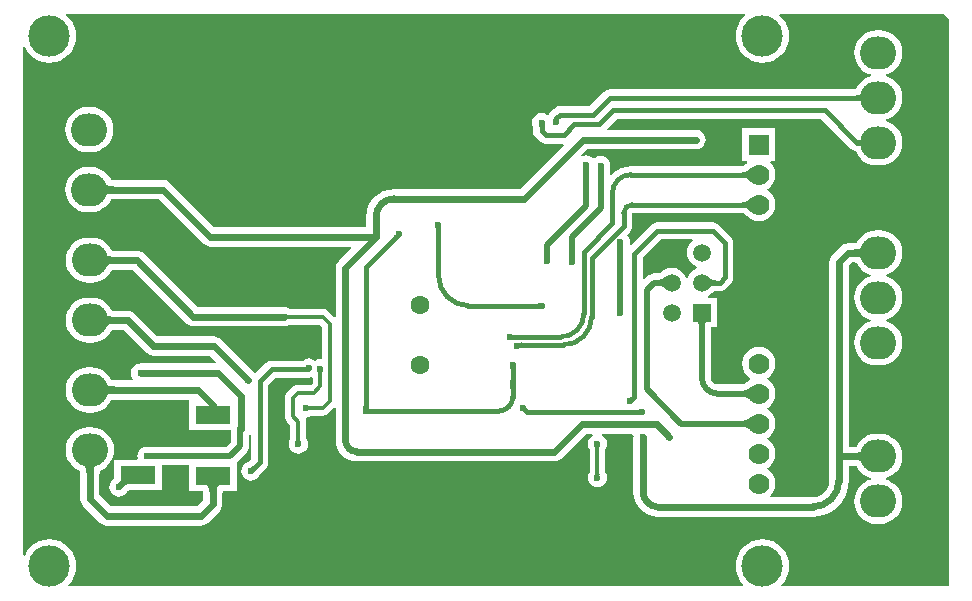
<source format=gbl>
G04*
G04 #@! TF.GenerationSoftware,Altium Limited,Altium Designer,18.1.6 (161)*
G04*
G04 Layer_Physical_Order=2*
G04 Layer_Color=16711680*
%FSTAX24Y24*%
%MOIN*%
G70*
G01*
G75*
%ADD73C,0.0236*%
%ADD74C,0.0118*%
%ADD75C,0.0197*%
%ADD77C,0.0157*%
%ADD79O,0.1200X0.1100*%
%ADD80R,0.0591X0.0591*%
%ADD81C,0.0591*%
%ADD82C,0.0630*%
%ADD83R,0.0700X0.0700*%
%ADD84C,0.0700*%
%ADD85C,0.0315*%
%ADD86C,0.0236*%
%ADD87C,0.1378*%
%ADD88R,0.1181X0.0591*%
G36*
X04155Y04846D02*
Y029572D01*
X041545Y029566D01*
X041499Y02953D01*
X035977D01*
X035965Y029563D01*
X035963Y02958D01*
X036073Y029714D01*
X036155Y029868D01*
X036206Y030036D01*
X036223Y03021D01*
X036206Y030384D01*
X036155Y030552D01*
X036073Y030706D01*
X035962Y030842D01*
X035826Y030953D01*
X035672Y031035D01*
X035504Y031086D01*
X03533Y031103D01*
X035156Y031086D01*
X034988Y031035D01*
X034834Y030953D01*
X034698Y030842D01*
X034587Y030706D01*
X034505Y030552D01*
X034454Y030384D01*
X034437Y03021D01*
X034454Y030036D01*
X034505Y029868D01*
X034587Y029714D01*
X034697Y02958D01*
X034695Y029563D01*
X034683Y02953D01*
X012207D01*
X012195Y029563D01*
X012193Y02958D01*
X012303Y029714D01*
X012385Y029868D01*
X012436Y030036D01*
X012453Y03021D01*
X012436Y030384D01*
X012385Y030552D01*
X012303Y030706D01*
X012192Y030842D01*
X012056Y030953D01*
X011902Y031035D01*
X011734Y031086D01*
X01156Y031103D01*
X011386Y031086D01*
X011218Y031035D01*
X011064Y030953D01*
X010928Y030842D01*
X010817Y030706D01*
X010737Y030557D01*
X010736Y030557D01*
X010687Y030582D01*
Y047498D01*
X010736Y047523D01*
X010737Y047523D01*
X010817Y047374D01*
X010928Y047238D01*
X011064Y047127D01*
X011218Y047045D01*
X011386Y046994D01*
X01156Y046977D01*
X011734Y046994D01*
X011902Y047045D01*
X012056Y047127D01*
X012192Y047238D01*
X012303Y047374D01*
X012385Y047528D01*
X012436Y047696D01*
X012453Y04787D01*
X012436Y048044D01*
X012385Y048212D01*
X012303Y048366D01*
X012192Y048502D01*
X012114Y048566D01*
X012131Y048613D01*
X034759D01*
X034776Y048566D01*
X034698Y048502D01*
X034587Y048366D01*
X034505Y048212D01*
X034454Y048044D01*
X034437Y04787D01*
X034454Y047696D01*
X034505Y047528D01*
X034587Y047374D01*
X034698Y047238D01*
X034834Y047127D01*
X034988Y047045D01*
X035156Y046994D01*
X03533Y046977D01*
X035504Y046994D01*
X035672Y047045D01*
X035826Y047127D01*
X035962Y047238D01*
X036073Y047374D01*
X036155Y047528D01*
X036206Y047696D01*
X036223Y04787D01*
X036206Y048044D01*
X036155Y048212D01*
X036073Y048366D01*
X035962Y048502D01*
X035884Y048566D01*
X035901Y048613D01*
X041397D01*
X04155Y04846D01*
D02*
G37*
%LPC*%
G36*
X03924Y048074D02*
X03914D01*
X038993Y048059D01*
X038852Y048016D01*
X038721Y047947D01*
X038607Y047853D01*
X038513Y047739D01*
X038444Y047608D01*
X038401Y047467D01*
X038386Y04732D01*
X038401Y047173D01*
X038444Y047032D01*
X038513Y046901D01*
X038607Y046787D01*
X038721Y046693D01*
X038852Y046624D01*
X038943Y046596D01*
Y046544D01*
X038852Y046516D01*
X038721Y046447D01*
X038607Y046353D01*
X038513Y046239D01*
X038444Y046108D01*
X038442Y046103D01*
X038433Y046103D01*
X038427Y046101D01*
X03024D01*
X03024Y046101D01*
X030167Y046092D01*
X0301Y046064D01*
X030041Y046019D01*
X029564Y045541D01*
X02858D01*
X02858Y045541D01*
X028507Y045532D01*
X028439Y045503D01*
X028381Y045459D01*
X028381Y045459D01*
X028261Y045339D01*
X028217Y045281D01*
X028207Y045259D01*
X028159Y045246D01*
X02813Y045268D01*
X028053Y0453D01*
X02797Y045311D01*
X027887Y0453D01*
X02781Y045268D01*
X027743Y045217D01*
X027692Y04515D01*
X02766Y045073D01*
X027649Y04499D01*
X02766Y044907D01*
X027686Y044843D01*
X027688Y04482D01*
X027689Y044816D01*
Y0447D01*
X027689Y0447D01*
X027698Y044627D01*
X027727Y044559D01*
X027771Y044501D01*
X027901Y044371D01*
X027901Y044371D01*
X027959Y044327D01*
X028027Y044298D01*
X0281Y044289D01*
X0281Y044289D01*
X028684D01*
X028709Y044242D01*
X027237Y042771D01*
X02305D01*
Y042773D01*
X02287Y042755D01*
X022697Y042702D01*
X022537Y042617D01*
X022398Y042502D01*
X022283Y042363D01*
X022198Y042203D01*
X022145Y04203D01*
X022127Y04185D01*
X022129D01*
Y041501D01*
X017063D01*
X015581Y042983D01*
X015514Y043034D01*
X015437Y043066D01*
X015354Y043077D01*
X013722D01*
X013717Y043078D01*
X01367Y043079D01*
X013634Y043082D01*
X013615Y043084D01*
X013612Y043092D01*
X013608Y043098D01*
X013567Y043175D01*
X013473Y043289D01*
X013359Y043383D01*
X013228Y043452D01*
X013087Y043495D01*
X01294Y04351D01*
X01284D01*
X012693Y043495D01*
X012552Y043452D01*
X012421Y043383D01*
X012307Y043289D01*
X012213Y043175D01*
X012144Y043044D01*
X012101Y042903D01*
X012086Y042756D01*
X012101Y042609D01*
X012144Y042468D01*
X012213Y042337D01*
X012307Y042223D01*
X012421Y042129D01*
X012552Y04206D01*
X012693Y042017D01*
X01284Y042002D01*
X01294D01*
X013087Y042017D01*
X013228Y04206D01*
X013359Y042129D01*
X013473Y042223D01*
X013567Y042337D01*
X013608Y042414D01*
X013612Y04242D01*
X013615Y042428D01*
X013634Y04243D01*
X01367Y042433D01*
X013717Y042434D01*
X013722Y042435D01*
X015221D01*
X016703Y040953D01*
X016703Y040953D01*
X01677Y040902D01*
X016847Y04087D01*
X01693Y040859D01*
X01693Y040859D01*
X02161D01*
X021629Y040813D01*
X021203Y040387D01*
X021152Y04032D01*
X02112Y040243D01*
X021109Y04016D01*
Y038521D01*
X021059Y0385D01*
X020855Y038705D01*
X020801Y038746D01*
X020738Y038772D01*
X02067Y038781D01*
X019728D01*
X01972Y038783D01*
X019679Y038783D01*
X01958Y038787D01*
X019552Y038789D01*
X01954Y038798D01*
X019463Y03883D01*
X01938Y038841D01*
X016493D01*
X014707Y040627D01*
X01464Y040678D01*
X014563Y04071D01*
X01448Y040721D01*
X013742D01*
X013737Y040722D01*
X01369Y040723D01*
X013654Y040726D01*
X013635Y040728D01*
X013632Y040736D01*
X013628Y040742D01*
X013587Y040819D01*
X013493Y040933D01*
X013379Y041027D01*
X013248Y041096D01*
X013107Y041139D01*
X01296Y041154D01*
X01286D01*
X012713Y041139D01*
X012572Y041096D01*
X012441Y041027D01*
X012327Y040933D01*
X012233Y040819D01*
X012164Y040688D01*
X012121Y040547D01*
X012106Y0404D01*
X012121Y040253D01*
X012164Y040112D01*
X012233Y039981D01*
X012327Y039867D01*
X012441Y039773D01*
X012572Y039704D01*
X012713Y039661D01*
X01286Y039646D01*
X01296D01*
X013107Y039661D01*
X013248Y039704D01*
X013379Y039773D01*
X013493Y039867D01*
X013587Y039981D01*
X013628Y040058D01*
X013632Y040064D01*
X013635Y040072D01*
X013654Y040074D01*
X01369Y040077D01*
X013737Y040078D01*
X013742Y040079D01*
X014347D01*
X016133Y038293D01*
X016133Y038293D01*
X0162Y038242D01*
X016277Y03821D01*
X01636Y038199D01*
X01938D01*
X019463Y03821D01*
X01954Y038242D01*
X019548Y038248D01*
X019682Y038257D01*
X01972Y038257D01*
X019728Y038259D01*
X020562D01*
X020639Y038182D01*
Y03714D01*
X020601Y037107D01*
X020593Y037108D01*
X02051Y037097D01*
X020433Y037065D01*
X020416Y037053D01*
X02037Y037088D01*
X020293Y03712D01*
X02021Y037131D01*
X020127Y03712D01*
X02005Y037088D01*
X020002Y037051D01*
X01897D01*
X018897Y037042D01*
X018829Y037013D01*
X018771Y036969D01*
X018771Y036969D01*
X01843Y036628D01*
X018407Y03663D01*
X018407Y03663D01*
X01727Y037767D01*
X017203Y037818D01*
X017126Y03785D01*
X017043Y037861D01*
X015163D01*
X014397Y038627D01*
X01433Y038678D01*
X014253Y03871D01*
X01417Y038721D01*
X013742D01*
X013737Y038722D01*
X01369Y038723D01*
X013654Y038726D01*
X013635Y038728D01*
X013632Y038736D01*
X013628Y038742D01*
X013587Y038819D01*
X013493Y038933D01*
X013379Y039027D01*
X013248Y039096D01*
X013107Y039139D01*
X01296Y039154D01*
X01286D01*
X012713Y039139D01*
X012572Y039096D01*
X012441Y039027D01*
X012327Y038933D01*
X012233Y038819D01*
X012164Y038688D01*
X012121Y038547D01*
X012106Y0384D01*
X012121Y038253D01*
X012164Y038112D01*
X012233Y037981D01*
X012327Y037867D01*
X012441Y037773D01*
X012572Y037704D01*
X012713Y037661D01*
X01286Y037646D01*
X01296D01*
X013107Y037661D01*
X013248Y037704D01*
X013379Y037773D01*
X013493Y037867D01*
X013587Y037981D01*
X013628Y038058D01*
X013632Y038064D01*
X013635Y038072D01*
X013654Y038074D01*
X01369Y038077D01*
X013737Y038078D01*
X013742Y038079D01*
X014037D01*
X014803Y037313D01*
X01487Y037262D01*
X014915Y037243D01*
X014947Y03723D01*
X01503Y037219D01*
X01503Y037219D01*
X01691D01*
X017112Y037017D01*
X017093Y036971D01*
X0146D01*
X014517Y03696D01*
X01444Y036928D01*
X014373Y036877D01*
X014322Y03681D01*
X01429Y036733D01*
X014279Y03665D01*
X01429Y036567D01*
X014322Y03649D01*
X014352Y036451D01*
X014327Y036401D01*
X013742D01*
X013737Y036402D01*
X01369Y036403D01*
X013654Y036406D01*
X013635Y036408D01*
X013632Y036416D01*
X013628Y036422D01*
X013587Y036499D01*
X013493Y036613D01*
X013379Y036707D01*
X013248Y036776D01*
X013107Y036819D01*
X01296Y036834D01*
X01286D01*
X012713Y036819D01*
X012572Y036776D01*
X012441Y036707D01*
X012327Y036613D01*
X012233Y036499D01*
X012164Y036368D01*
X012121Y036227D01*
X012106Y03608D01*
X012121Y035933D01*
X012164Y035792D01*
X012233Y035661D01*
X012327Y035547D01*
X012441Y035453D01*
X012572Y035384D01*
X012713Y035341D01*
X01286Y035326D01*
X01296D01*
X013107Y035341D01*
X013248Y035384D01*
X013379Y035453D01*
X013493Y035547D01*
X013587Y035661D01*
X013628Y035738D01*
X013632Y035744D01*
X013635Y035752D01*
X013654Y035754D01*
X01369Y035757D01*
X013737Y035758D01*
X013742Y035759D01*
X016175D01*
X016219Y035745D01*
Y034755D01*
X01761D01*
X01762Y034677D01*
X017629Y034655D01*
Y034345D01*
X017455Y034171D01*
X014915D01*
X014893Y03418D01*
X01481Y034191D01*
X014727Y03418D01*
X01465Y034148D01*
X014583Y034097D01*
X014532Y03403D01*
X0145Y033953D01*
X014489Y03387D01*
X014499Y033795D01*
X014486Y033766D01*
X014472Y033745D01*
X013719D01*
Y033131D01*
X013719Y033128D01*
X013719Y033121D01*
Y033118D01*
X013653Y033067D01*
X013602Y033D01*
X01357Y032923D01*
X013559Y03284D01*
X01357Y032757D01*
X013602Y03268D01*
X013653Y032613D01*
X01372Y032562D01*
X013797Y03253D01*
X01388Y032519D01*
X013963Y03253D01*
X01404Y032562D01*
X014107Y032613D01*
X014158Y03268D01*
X014165Y032697D01*
X014167Y032699D01*
X014218Y032743D01*
X014233Y032755D01*
X014239D01*
X014246Y032754D01*
X014248Y032755D01*
X015301D01*
Y033569D01*
X016219D01*
Y032705D01*
X016687D01*
X016687Y032703D01*
X016688Y032664D01*
X016689Y032659D01*
Y032413D01*
X016477Y032201D01*
X013603D01*
X013231Y032573D01*
Y033289D01*
X013232Y033294D01*
X013233Y033339D01*
X013236Y033371D01*
X013237Y03338D01*
X013248Y033384D01*
X013379Y033453D01*
X013493Y033547D01*
X013587Y033661D01*
X013656Y033792D01*
X013699Y033933D01*
X013714Y03408D01*
X013699Y034227D01*
X013656Y034368D01*
X013587Y034499D01*
X013493Y034613D01*
X013379Y034707D01*
X013248Y034776D01*
X013107Y034819D01*
X01296Y034834D01*
X01286D01*
X012713Y034819D01*
X012572Y034776D01*
X012441Y034707D01*
X012327Y034613D01*
X012233Y034499D01*
X012164Y034368D01*
X012121Y034227D01*
X012106Y03408D01*
X012121Y033933D01*
X012164Y033792D01*
X012233Y033661D01*
X012327Y033547D01*
X012441Y033453D01*
X012572Y033384D01*
X012583Y03338D01*
X012584Y033371D01*
X012587Y033339D01*
X012588Y033294D01*
X012589Y033289D01*
Y03244D01*
X0126Y032357D01*
X012632Y03228D01*
X012683Y032213D01*
X013243Y031653D01*
X013243Y031653D01*
X01331Y031602D01*
X013387Y03157D01*
X01347Y031559D01*
X01347Y031559D01*
X01661D01*
X016693Y03157D01*
X01677Y031602D01*
X016837Y031653D01*
X017237Y032053D01*
X017237Y032053D01*
X017288Y03212D01*
X01732Y032197D01*
X017331Y03228D01*
Y032659D01*
X017332Y032664D01*
X017333Y032703D01*
X017333Y032705D01*
X017801D01*
Y033665D01*
X018143Y034007D01*
X018191Y034069D01*
X018221Y034142D01*
X018231Y03422D01*
Y034583D01*
X018239Y034589D01*
X018289Y034566D01*
Y033782D01*
X018199Y033693D01*
X018193Y033688D01*
X018185Y033681D01*
X01812Y033654D01*
X018053Y033603D01*
X018002Y033536D01*
X01797Y033459D01*
X017959Y033376D01*
X01797Y033293D01*
X018002Y033215D01*
X018053Y033149D01*
X01812Y033098D01*
X018197Y033066D01*
X01828Y033055D01*
X018363Y033066D01*
X01844Y033098D01*
X018507Y033149D01*
X018558Y033215D01*
X018584Y033279D01*
X0186Y033296D01*
X018602Y0333D01*
X018769Y033467D01*
X018769Y033467D01*
X018813Y033525D01*
X018842Y033593D01*
X018851Y033666D01*
X018851Y033666D01*
Y036254D01*
X019086Y036489D01*
X020021D01*
X020029Y036487D01*
X020036Y036489D01*
X020041D01*
X020047Y036488D01*
X020054Y036489D01*
X02017D01*
X02017Y036489D01*
X020191Y036492D01*
X02021Y036489D01*
X020282Y036499D01*
X020332Y036469D01*
Y036311D01*
X020272Y036251D01*
X01985D01*
X019782Y036242D01*
X019719Y036216D01*
X019665Y036175D01*
X019485Y035995D01*
X019444Y035941D01*
X019418Y035878D01*
X019409Y03581D01*
Y03521D01*
X019418Y035142D01*
X019444Y035079D01*
X019485Y035025D01*
X019597Y034914D01*
Y034459D01*
X019595Y034453D01*
X019595Y034452D01*
X01958Y034432D01*
X019548Y034355D01*
X019537Y034272D01*
X019548Y034189D01*
X01958Y034111D01*
X019631Y034045D01*
X019698Y033994D01*
X019775Y033962D01*
X019858Y033951D01*
X019941Y033962D01*
X020019Y033994D01*
X020085Y034045D01*
X020136Y034111D01*
X020168Y034189D01*
X020179Y034272D01*
X020168Y034355D01*
X020136Y034432D01*
X02012Y034453D01*
X020119Y034456D01*
Y035022D01*
X020111Y035089D01*
X020102Y03511D01*
X020105Y035122D01*
X020135Y035162D01*
X020197Y03517D01*
X020275Y035202D01*
X020295Y035218D01*
X020299Y035219D01*
X02067D01*
X020738Y035228D01*
X020801Y035254D01*
X020855Y035295D01*
X021059Y0355D01*
X021109Y035479D01*
Y03441D01*
X021108D01*
X021122Y034271D01*
X021163Y034138D01*
X021228Y034015D01*
X021317Y033907D01*
X021425Y033818D01*
X021548Y033753D01*
X021681Y033712D01*
X02182Y033698D01*
Y033699D01*
X02839D01*
X028473Y03371D01*
X02855Y033742D01*
X028617Y033793D01*
X029433Y034609D01*
X029663D01*
X029673Y034559D01*
X02967Y034558D01*
X029603Y034507D01*
X029552Y03444D01*
X02952Y034363D01*
X029509Y03428D01*
X02952Y034197D01*
X029552Y03412D01*
X029568Y034099D01*
X029569Y034096D01*
Y033347D01*
X029567Y033341D01*
X029567Y03334D01*
X029552Y03332D01*
X02952Y033243D01*
X029509Y03316D01*
X02952Y033077D01*
X029552Y033D01*
X029603Y032933D01*
X02967Y032882D01*
X029747Y03285D01*
X02983Y032839D01*
X029913Y03285D01*
X02999Y032882D01*
X030057Y032933D01*
X030108Y033D01*
X03014Y033077D01*
X030151Y03316D01*
X03014Y033243D01*
X030108Y03332D01*
X030092Y033341D01*
X030091Y033344D01*
Y034093D01*
X030093Y034099D01*
X030093Y0341D01*
X030108Y03412D01*
X03014Y034197D01*
X030151Y03428D01*
X03014Y034363D01*
X030108Y03444D01*
X030057Y034507D01*
X02999Y034558D01*
X029987Y034559D01*
X029997Y034609D01*
X03099D01*
X031034Y034559D01*
X031029Y03452D01*
Y03268D01*
X031028D01*
X031044Y03252D01*
X031091Y032365D01*
X031166Y032223D01*
X031269Y032099D01*
X031393Y031996D01*
X031535Y031921D01*
X03169Y031874D01*
X03185Y031858D01*
Y031859D01*
X037D01*
Y031858D01*
X037188Y031873D01*
X037371Y031917D01*
X037546Y031989D01*
X037706Y032088D01*
X03785Y03221D01*
X037972Y032354D01*
X038071Y032514D01*
X038143Y032689D01*
X038187Y032872D01*
X038202Y03306D01*
X038201D01*
Y033544D01*
X038358D01*
X038363Y033543D01*
X03841Y033542D01*
X038446Y033539D01*
X038465Y033537D01*
X038468Y033529D01*
X038472Y033523D01*
X038513Y033446D01*
X038607Y033332D01*
X038721Y033238D01*
X038852Y033169D01*
X038943Y033141D01*
Y033089D01*
X038852Y033061D01*
X038721Y032992D01*
X038607Y032898D01*
X038513Y032784D01*
X038444Y032653D01*
X038401Y032512D01*
X038386Y032365D01*
X038401Y032218D01*
X038444Y032077D01*
X038513Y031946D01*
X038607Y031832D01*
X038721Y031738D01*
X038852Y031669D01*
X038993Y031626D01*
X03914Y031611D01*
X03924D01*
X039387Y031626D01*
X039528Y031669D01*
X039659Y031738D01*
X039773Y031832D01*
X039867Y031946D01*
X039936Y032077D01*
X039979Y032218D01*
X039994Y032365D01*
X039979Y032512D01*
X039936Y032653D01*
X039867Y032784D01*
X039773Y032898D01*
X039659Y032992D01*
X039528Y033061D01*
X039437Y033089D01*
Y033141D01*
X039528Y033169D01*
X039659Y033238D01*
X039773Y033332D01*
X039867Y033446D01*
X039936Y033577D01*
X039979Y033718D01*
X039994Y033865D01*
X039979Y034012D01*
X039936Y034153D01*
X039867Y034284D01*
X039773Y034398D01*
X039659Y034492D01*
X039528Y034561D01*
X039387Y034604D01*
X03924Y034619D01*
X03914D01*
X038993Y034604D01*
X038852Y034561D01*
X038721Y034492D01*
X038607Y034398D01*
X038513Y034284D01*
X038472Y034207D01*
X038468Y034201D01*
X038465Y034193D01*
X038446Y034191D01*
X03841Y034188D01*
X038363Y034187D01*
X038358Y034186D01*
X038201D01*
Y040207D01*
X038323Y040329D01*
X038358D01*
X038363Y040328D01*
X03841Y040327D01*
X038446Y040324D01*
X038465Y040322D01*
X038468Y040314D01*
X038472Y040308D01*
X038513Y040231D01*
X038607Y040117D01*
X038721Y040023D01*
X038852Y039954D01*
X038943Y039926D01*
Y039874D01*
X038852Y039846D01*
X038721Y039777D01*
X038607Y039683D01*
X038513Y039569D01*
X038444Y039438D01*
X038401Y039297D01*
X038386Y03915D01*
X038401Y039003D01*
X038444Y038862D01*
X038513Y038731D01*
X038607Y038617D01*
X038721Y038523D01*
X038852Y038454D01*
X038943Y038426D01*
Y038374D01*
X038852Y038346D01*
X038721Y038277D01*
X038607Y038183D01*
X038513Y038069D01*
X038444Y037938D01*
X038401Y037797D01*
X038386Y03765D01*
X038401Y037503D01*
X038444Y037362D01*
X038513Y037231D01*
X038607Y037117D01*
X038721Y037023D01*
X038852Y036954D01*
X038993Y036911D01*
X03914Y036896D01*
X03924D01*
X039387Y036911D01*
X039528Y036954D01*
X039659Y037023D01*
X039773Y037117D01*
X039867Y037231D01*
X039936Y037362D01*
X039979Y037503D01*
X039994Y03765D01*
X039979Y037797D01*
X039936Y037938D01*
X039867Y038069D01*
X039773Y038183D01*
X039659Y038277D01*
X039528Y038346D01*
X039437Y038374D01*
Y038426D01*
X039528Y038454D01*
X039659Y038523D01*
X039773Y038617D01*
X039867Y038731D01*
X039936Y038862D01*
X039979Y039003D01*
X039994Y03915D01*
X039979Y039297D01*
X039936Y039438D01*
X039867Y039569D01*
X039773Y039683D01*
X039659Y039777D01*
X039528Y039846D01*
X039437Y039874D01*
Y039926D01*
X039528Y039954D01*
X039659Y040023D01*
X039773Y040117D01*
X039867Y040231D01*
X039936Y040362D01*
X039979Y040503D01*
X039994Y04065D01*
X039979Y040797D01*
X039936Y040938D01*
X039867Y041069D01*
X039773Y041183D01*
X039659Y041277D01*
X039528Y041346D01*
X039387Y041389D01*
X03924Y041404D01*
X03914D01*
X038993Y041389D01*
X038852Y041346D01*
X038721Y041277D01*
X038607Y041183D01*
X038513Y041069D01*
X038472Y040992D01*
X038468Y040986D01*
X038465Y040978D01*
X038446Y040976D01*
X03841Y040973D01*
X038363Y040972D01*
X038358Y040971D01*
X03819D01*
X038107Y04096D01*
X03803Y040928D01*
X037963Y040877D01*
X037653Y040567D01*
X037602Y0405D01*
X03757Y040423D01*
X037559Y04034D01*
Y03387D01*
Y03306D01*
X03756Y03305D01*
X037543Y032915D01*
X037486Y032779D01*
X037397Y032663D01*
X037281Y032574D01*
X037145Y032517D01*
X03701Y0325D01*
X037Y032501D01*
X035593D01*
X035577Y032548D01*
X035602Y032568D01*
X03569Y032683D01*
X035746Y032816D01*
X035765Y03296D01*
X035746Y033104D01*
X03569Y033237D01*
X035602Y033352D01*
X0355Y033431D01*
X035496Y033447D01*
Y033473D01*
X0355Y033489D01*
X035602Y033568D01*
X03569Y033683D01*
X035746Y033816D01*
X035765Y03396D01*
X035746Y034104D01*
X03569Y034237D01*
X035602Y034352D01*
X0355Y034431D01*
X035496Y034447D01*
Y034473D01*
X0355Y034489D01*
X035602Y034568D01*
X03569Y034683D01*
X035746Y034816D01*
X035765Y03496D01*
X035746Y035104D01*
X03569Y035237D01*
X035602Y035352D01*
X0355Y035431D01*
X035496Y035447D01*
Y035473D01*
X0355Y035489D01*
X035602Y035568D01*
X03569Y035683D01*
X035746Y035816D01*
X035765Y03596D01*
X035746Y036104D01*
X03569Y036237D01*
X035602Y036352D01*
X0355Y036431D01*
X035496Y036447D01*
Y036473D01*
X0355Y036489D01*
X035602Y036568D01*
X03569Y036683D01*
X035746Y036816D01*
X035765Y03696D01*
X035746Y037104D01*
X03569Y037237D01*
X035602Y037352D01*
X035487Y03744D01*
X035354Y037496D01*
X03521Y037515D01*
X035066Y037496D01*
X034933Y03744D01*
X034818Y037352D01*
X03473Y037237D01*
X034674Y037104D01*
X034655Y03696D01*
X034674Y036816D01*
X03473Y036683D01*
X034818Y036568D01*
X03492Y036489D01*
X034924Y036473D01*
Y036447D01*
X03492Y036431D01*
X034818Y036352D01*
X034814Y036348D01*
X034794Y036328D01*
X034774Y036311D01*
X034756Y036297D01*
X034739Y036286D01*
X034724Y036278D01*
X03471Y036272D01*
X034697Y036267D01*
X034686Y036265D01*
X034675Y036263D01*
X034654Y036262D01*
X03465Y036261D01*
X03383D01*
X033825Y03626D01*
X033746Y036276D01*
X033674Y036324D01*
X033626Y036395D01*
X03361Y036474D01*
X033611Y03648D01*
Y038158D01*
X033612Y038164D01*
X033612Y038165D01*
X033805D01*
Y039155D01*
X033516D01*
X033506Y039205D01*
X03356Y039227D01*
X033663Y039307D01*
X033665Y039309D01*
X033684Y039327D01*
X0337Y039341D01*
X033715Y039352D01*
X033728Y039361D01*
X033739Y039367D01*
X033748Y039372D01*
X033756Y039374D01*
X033762Y039376D01*
X033767Y039377D01*
X033782Y039378D01*
X033787Y039379D01*
X03391D01*
X03391Y039379D01*
X033983Y039388D01*
X034051Y039417D01*
X034109Y039461D01*
X034279Y039631D01*
X034279Y039631D01*
X034323Y039689D01*
X034352Y039757D01*
X034361Y03983D01*
Y04098D01*
X034352Y041053D01*
X034323Y041121D01*
X034279Y041179D01*
X034279Y041179D01*
X033879Y041579D01*
X033821Y041623D01*
X033753Y041652D01*
X03368Y041661D01*
X03368Y041661D01*
X03182D01*
X031747Y041652D01*
X031679Y041623D01*
X031621Y041579D01*
X031621Y041579D01*
X030955Y040913D01*
X030908Y040936D01*
X030916Y041D01*
X030905Y041083D01*
X030873Y04116D01*
X030822Y041227D01*
X03082Y041253D01*
X030906Y041339D01*
X030906Y041339D01*
X030951Y041397D01*
X030979Y041465D01*
X030989Y041537D01*
X030989Y041537D01*
Y041927D01*
X03099Y041976D01*
X030991Y041977D01*
X030991Y041977D01*
X031041Y041979D01*
X034642D01*
X034647Y041978D01*
X034663Y041977D01*
X034669Y041976D01*
X034678Y041973D01*
X03469Y041968D01*
X034705Y041961D01*
X034722Y04195D01*
X03474Y041938D01*
X034791Y041895D01*
X034814Y041873D01*
X034818Y041868D01*
X034933Y04178D01*
X035066Y041724D01*
X03521Y041705D01*
X035354Y041724D01*
X035487Y04178D01*
X035602Y041868D01*
X03569Y041983D01*
X035746Y042116D01*
X035765Y04226D01*
X035746Y042404D01*
X03569Y042537D01*
X035602Y042652D01*
X0355Y042731D01*
X035496Y042747D01*
Y042773D01*
X0355Y042789D01*
X035602Y042868D01*
X03569Y042983D01*
X035746Y043116D01*
X035765Y04326D01*
X035746Y043404D01*
X03569Y043537D01*
X035602Y043652D01*
X035589Y043663D01*
X035605Y04371D01*
X03576D01*
Y04481D01*
X03466D01*
Y04371D01*
X034815D01*
X034831Y043663D01*
X034818Y043652D01*
X034814Y043647D01*
X034789Y043623D01*
X034765Y043601D01*
X034742Y043584D01*
X034722Y04357D01*
X034705Y043559D01*
X03469Y043552D01*
X034678Y043547D01*
X034669Y043544D01*
X034663Y043543D01*
X034647Y043542D01*
X034642Y043541D01*
X03095D01*
Y043543D01*
X030774Y043526D01*
X030604Y043474D01*
X030448Y043391D01*
X030311Y043279D01*
X030288Y04325D01*
X030241Y043267D01*
Y043455D01*
X03025Y043477D01*
X030261Y04356D01*
X03025Y043643D01*
X030218Y04372D01*
X030167Y043787D01*
X0301Y043838D01*
X030023Y04387D01*
X02994Y043881D01*
X029857Y04387D01*
X02978Y043838D01*
X029746Y043812D01*
X029687Y043807D01*
X029673Y043817D01*
X02962Y043858D01*
X029543Y04389D01*
X02946Y043901D01*
X029377Y04389D01*
X0293Y043858D01*
X029272Y043898D01*
X029473Y044099D01*
X03312D01*
X033203Y04411D01*
X03328Y044142D01*
X033347Y044193D01*
X033398Y04426D01*
X03343Y044337D01*
X033441Y04442D01*
X03343Y044503D01*
X033398Y04458D01*
X033347Y044647D01*
X03328Y044698D01*
X033203Y04473D01*
X03312Y044741D01*
X030154D01*
X030135Y044787D01*
X030466Y045119D01*
X037294D01*
X038291Y044121D01*
X038291Y044121D01*
X038349Y044077D01*
X038417Y044049D01*
X03844Y044046D01*
X038444Y044032D01*
X038513Y043901D01*
X038607Y043787D01*
X038721Y043693D01*
X038852Y043624D01*
X038993Y043581D01*
X03914Y043566D01*
X03924D01*
X039387Y043581D01*
X039528Y043624D01*
X039659Y043693D01*
X039773Y043787D01*
X039867Y043901D01*
X039936Y044032D01*
X039979Y044173D01*
X039994Y04432D01*
X039979Y044467D01*
X039936Y044608D01*
X039867Y044739D01*
X039773Y044853D01*
X039659Y044947D01*
X039528Y045016D01*
X039437Y045044D01*
Y045096D01*
X039528Y045124D01*
X039659Y045193D01*
X039773Y045287D01*
X039867Y045401D01*
X039936Y045532D01*
X039979Y045673D01*
X039994Y04582D01*
X039979Y045967D01*
X039936Y046108D01*
X039867Y046239D01*
X039773Y046353D01*
X039659Y046447D01*
X039528Y046516D01*
X039437Y046544D01*
Y046596D01*
X039528Y046624D01*
X039659Y046693D01*
X039773Y046787D01*
X039867Y046901D01*
X039936Y047032D01*
X039979Y047173D01*
X039994Y04732D01*
X039979Y047467D01*
X039936Y047608D01*
X039867Y047739D01*
X039773Y047853D01*
X039659Y047947D01*
X039528Y048016D01*
X039387Y048059D01*
X03924Y048074D01*
D02*
G37*
G36*
X01294Y04551D02*
X01284D01*
X012693Y045495D01*
X012552Y045452D01*
X012421Y045383D01*
X012307Y045289D01*
X012213Y045175D01*
X012144Y045044D01*
X012101Y044903D01*
X012086Y044756D01*
X012101Y044609D01*
X012144Y044468D01*
X012213Y044337D01*
X012307Y044223D01*
X012421Y044129D01*
X012552Y04406D01*
X012693Y044017D01*
X01284Y044002D01*
X01294D01*
X013087Y044017D01*
X013228Y04406D01*
X013359Y044129D01*
X013473Y044223D01*
X013567Y044337D01*
X013636Y044468D01*
X013679Y044609D01*
X013694Y044756D01*
X013679Y044903D01*
X013636Y045044D01*
X013567Y045175D01*
X013473Y045289D01*
X013359Y045383D01*
X013228Y045452D01*
X013087Y045495D01*
X01294Y04551D01*
D02*
G37*
%LPD*%
G36*
X038615Y045663D02*
X038613Y045678D01*
X038608Y045691D01*
X038599Y045703D01*
X038586Y045713D01*
X03857Y045722D01*
X038551Y045729D01*
X038528Y045734D01*
X038502Y045738D01*
X038472Y045741D01*
X038438Y045741D01*
Y045899D01*
X038472Y0459D01*
X038502Y045902D01*
X038528Y045906D01*
X038551Y045911D01*
X03857Y045918D01*
X038586Y045927D01*
X038599Y045937D01*
X038608Y045949D01*
X038613Y045962D01*
X038615Y045977D01*
Y045663D01*
D02*
G37*
G36*
X028052Y044904D02*
X028051Y044901D01*
X028051Y044897D01*
X02805Y044885D01*
X028049Y044845D01*
X028049Y044831D01*
X027891D01*
X027887Y044906D01*
X028053D01*
X028052Y044904D01*
D02*
G37*
G36*
X038601Y044221D02*
X0386Y044225D01*
X038596Y044228D01*
X038591Y044231D01*
X038583Y044234D01*
X038573Y044236D01*
X038561Y044238D01*
X03853Y044241D01*
X03849Y044241D01*
Y044399D01*
X038511Y044399D01*
X038573Y044404D01*
X038583Y044406D01*
X038591Y044409D01*
X038596Y044412D01*
X0386Y044416D01*
X038601Y044419D01*
Y044221D01*
D02*
G37*
G36*
X03496Y043015D02*
X034928Y043047D01*
X034865Y0431D01*
X034834Y043121D01*
X034803Y04314D01*
X034773Y043155D01*
X034744Y043166D01*
X034715Y043175D01*
X034687Y04318D01*
X034659Y043181D01*
Y043339D01*
X034687Y04334D01*
X034715Y043345D01*
X034744Y043354D01*
X034773Y043365D01*
X034803Y04338D01*
X034834Y043399D01*
X034865Y04342D01*
X034896Y043445D01*
X034928Y043473D01*
X03496Y043505D01*
Y043015D01*
D02*
G37*
G36*
X013438Y042969D02*
X013446Y042949D01*
X01346Y042932D01*
X013479Y042917D01*
X013504Y042904D01*
X013535Y042893D01*
X013571Y042885D01*
X013612Y042879D01*
X01366Y042875D01*
X013712Y042874D01*
Y042638D01*
X01366Y042637D01*
X013612Y042633D01*
X013571Y042627D01*
X013535Y042619D01*
X013504Y042609D01*
X013479Y042596D01*
X01346Y04258D01*
X013446Y042563D01*
X013438Y042543D01*
X013435Y04252D01*
Y042992D01*
X013438Y042969D01*
D02*
G37*
G36*
X03496Y042015D02*
X034928Y042047D01*
X034865Y0421D01*
X034834Y042121D01*
X034803Y04214D01*
X034773Y042155D01*
X034744Y042166D01*
X034715Y042175D01*
X034687Y04218D01*
X034659Y042181D01*
Y042339D01*
X034687Y04234D01*
X034715Y042345D01*
X034744Y042354D01*
X034773Y042365D01*
X034803Y04238D01*
X034834Y042399D01*
X034865Y04242D01*
X034896Y042445D01*
X034928Y042473D01*
X03496Y042505D01*
Y042015D01*
D02*
G37*
G36*
X024612Y041494D02*
X024611Y041491D01*
X024611Y041487D01*
X02461Y041475D01*
X024609Y041435D01*
X024609Y041421D01*
X024451D01*
X024447Y041496D01*
X024613D01*
X024612Y041494D01*
D02*
G37*
G36*
X023199Y041152D02*
X023197Y041151D01*
X023195Y04115D01*
X023192Y041147D01*
X023182Y041139D01*
X023153Y041111D01*
X023143Y041102D01*
X023032Y041213D01*
X023082Y041269D01*
X023199Y041152D01*
D02*
G37*
G36*
X038645Y040414D02*
X038642Y040437D01*
X038634Y040457D01*
X03862Y040474D01*
X038601Y04049D01*
X038576Y040502D01*
X038545Y040513D01*
X038509Y040521D01*
X038468Y040527D01*
X03842Y040531D01*
X038368Y040532D01*
Y040768D01*
X03842Y040769D01*
X038468Y040773D01*
X038509Y040779D01*
X038545Y040787D01*
X038576Y040798D01*
X038601Y04081D01*
X03862Y040826D01*
X038634Y040843D01*
X038642Y040863D01*
X038645Y040886D01*
Y040414D01*
D02*
G37*
G36*
X013458Y040613D02*
X013466Y040593D01*
X01348Y040576D01*
X013499Y04056D01*
X013524Y040548D01*
X013555Y040537D01*
X013591Y040529D01*
X013632Y040523D01*
X01368Y040519D01*
X013732Y040518D01*
Y040282D01*
X01368Y040281D01*
X013632Y040277D01*
X013591Y040271D01*
X013555Y040263D01*
X013524Y040252D01*
X013499Y04024D01*
X01348Y040224D01*
X013466Y040207D01*
X013458Y040187D01*
X013455Y040164D01*
Y040636D01*
X013458Y040613D01*
D02*
G37*
G36*
X033003Y041049D02*
X032957Y041013D01*
X032877Y04091D01*
X032827Y040789D01*
X03281Y04066D01*
X032827Y040531D01*
X032877Y04041D01*
X032957Y040307D01*
X03306Y040227D01*
X033158Y040187D01*
Y040133D01*
X03306Y040093D01*
X032957Y040013D01*
X032877Y03991D01*
X032837Y039812D01*
X032783D01*
X032743Y03991D01*
X032663Y040013D01*
X03256Y040093D01*
X032439Y040143D01*
X03231Y04016D01*
X032181Y040143D01*
X03206Y040093D01*
X031957Y040013D01*
X031955Y040011D01*
X031942Y039999D01*
X031931Y03999D01*
X031921Y039982D01*
X031911Y039977D01*
X031902Y039972D01*
X031894Y039969D01*
X031885Y039966D01*
X031876Y039964D01*
X031865Y039963D01*
X031846Y039962D01*
X031841Y039961D01*
X03171D01*
X031632Y039951D01*
X03156Y039921D01*
X031497Y039873D01*
X031387Y039763D01*
X031341Y039782D01*
Y040504D01*
X031936Y041099D01*
X032986D01*
X033003Y041049D01*
D02*
G37*
G36*
X033546Y039842D02*
X033571Y039821D01*
X033596Y039801D01*
X033621Y039785D01*
X033646Y039771D01*
X033671Y039759D01*
X033696Y03975D01*
X033722Y039744D01*
X033747Y03974D01*
X033772Y039739D01*
Y039581D01*
X033747Y03958D01*
X033722Y039576D01*
X033696Y03957D01*
X033671Y039561D01*
X033646Y039549D01*
X033621Y039535D01*
X033596Y039519D01*
X033571Y039499D01*
X033546Y039478D01*
X033521Y039453D01*
Y039867D01*
X033546Y039842D01*
D02*
G37*
G36*
X032099Y039453D02*
X032078Y039474D01*
X032055Y039492D01*
X032033Y039509D01*
X032009Y039523D01*
X031985Y039535D01*
X03196Y039544D01*
X031935Y039552D01*
X031909Y039557D01*
X031882Y03956D01*
X031854Y039562D01*
Y039758D01*
X031882Y03976D01*
X031909Y039763D01*
X031935Y039768D01*
X03196Y039776D01*
X031985Y039785D01*
X032009Y039797D01*
X032033Y039811D01*
X032055Y039828D01*
X032078Y039846D01*
X032099Y039867D01*
Y039453D01*
D02*
G37*
G36*
X027908Y038807D02*
X027907Y038808D01*
X027904Y038809D01*
X0279Y038809D01*
X027888Y03881D01*
X027847Y038811D01*
X027834Y038811D01*
Y038969D01*
X027908Y038973D01*
Y038807D01*
D02*
G37*
G36*
X01947Y038599D02*
X019482Y038595D01*
X019497Y038591D01*
X019516Y038588D01*
X019567Y038583D01*
X019674Y038579D01*
X019719Y038579D01*
Y038461D01*
X019674Y038461D01*
X019497Y038449D01*
X019482Y038445D01*
X01947Y038441D01*
X019463Y038436D01*
Y038604D01*
X01947Y038599D01*
D02*
G37*
G36*
X033488Y038364D02*
X033471Y038358D01*
X033457Y038348D01*
X033444Y038334D01*
X033433Y038317D01*
X033424Y038295D01*
X033417Y038269D01*
X033412Y03824D01*
X033409Y038206D01*
X033408Y038169D01*
X033212D01*
X033211Y038206D01*
X033208Y03824D01*
X033203Y038269D01*
X033196Y038295D01*
X033187Y038317D01*
X033176Y038334D01*
X033163Y038348D01*
X033149Y038358D01*
X033132Y038364D01*
X033113Y038366D01*
X033507D01*
X033488Y038364D01*
D02*
G37*
G36*
X013458Y038613D02*
X013466Y038593D01*
X01348Y038576D01*
X013499Y03856D01*
X013524Y038548D01*
X013555Y038537D01*
X013591Y038529D01*
X013632Y038523D01*
X01368Y038519D01*
X013732Y038518D01*
Y038282D01*
X01368Y038281D01*
X013632Y038277D01*
X013591Y038271D01*
X013555Y038263D01*
X013524Y038252D01*
X013499Y03824D01*
X01348Y038224D01*
X013466Y038207D01*
X013458Y038187D01*
X013455Y038164D01*
Y038636D01*
X013458Y038613D01*
D02*
G37*
G36*
X027006Y037922D02*
X027009Y037921D01*
X027013Y037921D01*
X027025Y03792D01*
X027066Y037919D01*
X027079Y037919D01*
Y037761D01*
X027004Y037757D01*
Y037923D01*
X027006Y037922D01*
D02*
G37*
G36*
X027333Y037504D02*
X02732Y037504D01*
X027279Y037501D01*
X027273Y0375D01*
X027267Y037499D01*
X027263Y037497D01*
X02726Y037495D01*
X027258Y037493D01*
X027199Y037647D01*
X027331Y037661D01*
X027333Y037504D01*
D02*
G37*
G36*
X027095Y036819D02*
X027094Y036817D01*
X027093Y036814D01*
X027092Y03681D01*
X027091Y036804D01*
X02709Y036789D01*
X027089Y036757D01*
X027089Y036743D01*
X026931Y036761D01*
X02693Y036833D01*
X027095Y036819D01*
D02*
G37*
G36*
X020159Y036704D02*
X020028Y036691D01*
X020028Y036849D01*
X020041Y036849D01*
X020081Y036851D01*
X020088Y036853D01*
X020094Y036854D01*
X020098Y036855D01*
X020101Y036857D01*
X020103Y036859D01*
X020159Y036704D01*
D02*
G37*
G36*
X020671Y036698D02*
X020667Y036692D01*
X020664Y036685D01*
X02066Y036677D01*
X020658Y036669D01*
X020656Y03666D01*
X020654Y036649D01*
X020653Y036638D01*
X020652Y036614D01*
X020534D01*
X020534Y036627D01*
X020532Y036649D01*
X02053Y03666D01*
X020528Y036669D01*
X020525Y036677D01*
X020522Y036685D01*
X020519Y036692D01*
X020515Y036698D01*
X02051Y036703D01*
X020676D01*
X020671Y036698D01*
D02*
G37*
G36*
X027093Y036349D02*
X026927D01*
X026928Y036351D01*
X026929Y036354D01*
X026929Y036358D01*
X02693Y03637D01*
X026931Y036411D01*
X026931Y036424D01*
X027089D01*
X027093Y036349D01*
D02*
G37*
G36*
X027092Y036179D02*
X027091Y036177D01*
X027091Y036172D01*
X02709Y03616D01*
X027089Y03612D01*
X027089Y036106D01*
X026931D01*
X026927Y036181D01*
X027093D01*
X027092Y036179D01*
D02*
G37*
G36*
X013458Y036293D02*
X013466Y036273D01*
X01348Y036256D01*
X013499Y03624D01*
X013524Y036228D01*
X013555Y036217D01*
X013591Y036209D01*
X013632Y036203D01*
X01368Y036199D01*
X013732Y036198D01*
Y035962D01*
X01368Y035961D01*
X013632Y035957D01*
X013591Y035951D01*
X013555Y035943D01*
X013524Y035932D01*
X013499Y03592D01*
X01348Y035904D01*
X013466Y035887D01*
X013458Y035867D01*
X013455Y035844D01*
Y036316D01*
X013458Y036293D01*
D02*
G37*
G36*
X03496Y035715D02*
X034931Y035743D01*
X034902Y035768D01*
X034873Y03579D01*
X034844Y035809D01*
X034814Y035825D01*
X034785Y035838D01*
X034755Y035848D01*
X034725Y035856D01*
X034694Y03586D01*
X034664Y035862D01*
Y036058D01*
X034694Y03606D01*
X034725Y036064D01*
X034755Y036072D01*
X034785Y036082D01*
X034814Y036095D01*
X034844Y036111D01*
X034873Y03613D01*
X034902Y036152D01*
X034931Y036177D01*
X03496Y036205D01*
Y035715D01*
D02*
G37*
G36*
X031068Y035757D02*
X031018Y035701D01*
X030901Y035818D01*
X030903Y035819D01*
X030905Y03582D01*
X030908Y035823D01*
X030918Y035831D01*
X030947Y035859D01*
X030957Y035868D01*
X031068Y035757D01*
D02*
G37*
G36*
X022193Y035454D02*
X022027D01*
X022028Y035456D01*
X022029Y035459D01*
X022029Y035463D01*
X02203Y035475D01*
X022031Y035515D01*
X022031Y035529D01*
X022189D01*
X022193Y035454D01*
D02*
G37*
G36*
X020203Y035558D02*
X020209Y035554D01*
X020216Y035551D01*
X020224Y035548D01*
X020232Y035545D01*
X020242Y035543D01*
X020252Y035541D01*
X020263Y03554D01*
X020287Y035539D01*
Y035421D01*
X020275Y035421D01*
X020252Y035419D01*
X020242Y035417D01*
X020232Y035415D01*
X020224Y035412D01*
X020216Y035409D01*
X020209Y035406D01*
X020203Y035402D01*
X020198Y035397D01*
Y035563D01*
X020203Y035558D01*
D02*
G37*
G36*
X027481Y035468D02*
X027483Y035466D01*
X027485Y035463D01*
X027505Y035442D01*
X027531Y035416D01*
X027419Y035305D01*
X027366Y035355D01*
X027481Y035469D01*
X027481Y035468D01*
D02*
G37*
G36*
X022196Y035452D02*
X022199Y035451D01*
X022203Y035451D01*
X022215Y03545D01*
X022255Y035449D01*
X022269Y035449D01*
Y035291D01*
X022194Y035287D01*
Y035453D01*
X022196Y035452D01*
D02*
G37*
G36*
X031216Y035257D02*
X031214Y035258D01*
X031211Y035259D01*
X031207Y035259D01*
X031195Y03526D01*
X031155Y035261D01*
X031141Y035261D01*
Y035419D01*
X031216Y035423D01*
Y035257D01*
D02*
G37*
G36*
X03496Y034715D02*
X034931Y034743D01*
X034902Y034768D01*
X034873Y03479D01*
X034844Y034809D01*
X034814Y034825D01*
X034785Y034838D01*
X034755Y034848D01*
X034725Y034856D01*
X034694Y03486D01*
X034664Y034862D01*
Y035058D01*
X034694Y03506D01*
X034725Y035064D01*
X034755Y035072D01*
X034785Y035082D01*
X034814Y035095D01*
X034844Y035111D01*
X034873Y03513D01*
X034902Y035152D01*
X034931Y035177D01*
X03496Y035205D01*
Y034715D01*
D02*
G37*
G36*
X019917Y034432D02*
X019919Y034409D01*
X019921Y034399D01*
X019923Y03439D01*
X019926Y034381D01*
X019929Y034374D01*
X019932Y034367D01*
X019936Y034361D01*
X019941Y034356D01*
X019776D01*
X01978Y034361D01*
X019784Y034367D01*
X019788Y034374D01*
X019791Y034381D01*
X019793Y03439D01*
X019795Y034399D01*
X019797Y034409D01*
X019798Y03442D01*
X019799Y034445D01*
X019917D01*
X019917Y034432D01*
D02*
G37*
G36*
X029908Y034191D02*
X029904Y034185D01*
X029901Y034178D01*
X029898Y03417D01*
X029895Y034162D01*
X029893Y034153D01*
X029891Y034142D01*
X02989Y034131D01*
X029889Y034107D01*
X029771D01*
X029771Y03412D01*
X029769Y034142D01*
X029767Y034153D01*
X029765Y034162D01*
X029762Y03417D01*
X029759Y034178D01*
X029756Y034185D01*
X029752Y034191D01*
X029747Y034196D01*
X029913D01*
X029908Y034191D01*
D02*
G37*
G36*
X038645Y033629D02*
X038642Y033652D01*
X038634Y033672D01*
X03862Y033689D01*
X038601Y033705D01*
X038576Y033717D01*
X038545Y033728D01*
X038509Y033736D01*
X038468Y033742D01*
X03842Y033746D01*
X038368Y033747D01*
Y033983D01*
X03842Y033984D01*
X038468Y033988D01*
X038509Y033994D01*
X038545Y034002D01*
X038576Y034013D01*
X038601Y034025D01*
X03862Y034041D01*
X038634Y034058D01*
X038642Y034078D01*
X038645Y034101D01*
Y033629D01*
D02*
G37*
G36*
X018448Y033432D02*
X018398Y033377D01*
X018281Y033494D01*
X018283Y033494D01*
X018285Y033496D01*
X018288Y033498D01*
X018298Y033506D01*
X018327Y033534D01*
X018337Y033544D01*
X018448Y033432D01*
D02*
G37*
G36*
X013123Y033562D02*
X013103Y033554D01*
X013086Y03354D01*
X01307Y033522D01*
X013058Y033498D01*
X013047Y033469D01*
X013039Y033434D01*
X013033Y033394D01*
X013029Y033349D01*
X013028Y033299D01*
X012792D01*
X012791Y033349D01*
X012787Y033394D01*
X012781Y033434D01*
X012773Y033469D01*
X012762Y033498D01*
X01275Y033522D01*
X012734Y03354D01*
X012717Y033554D01*
X012697Y033562D01*
X012674Y033564D01*
X013146D01*
X013123Y033562D01*
D02*
G37*
G36*
X029889Y03332D02*
X029891Y033298D01*
X029893Y033287D01*
X029895Y033278D01*
X029898Y03327D01*
X029901Y033262D01*
X029904Y033255D01*
X029908Y033249D01*
X029913Y033244D01*
X029747D01*
X029752Y033249D01*
X029756Y033255D01*
X029759Y033262D01*
X029762Y03327D01*
X029765Y033278D01*
X029767Y033287D01*
X029769Y033298D01*
X02977Y033309D01*
X029771Y033333D01*
X029889D01*
X029889Y03332D01*
D02*
G37*
G36*
X014228Y032957D02*
X014215Y032961D01*
X014199Y032961D01*
X014181Y032957D01*
X014162Y032949D01*
X014139Y032937D01*
X014115Y032921D01*
X014089Y032901D01*
X014029Y032849D01*
X013996Y032817D01*
X01381Y03291D01*
X013842Y032943D01*
X013893Y033D01*
X013911Y033025D01*
X013924Y033046D01*
X013933Y033065D01*
X013937Y033081D01*
X013937Y033095D01*
X013932Y033105D01*
X013922Y033112D01*
X014228Y032957D01*
D02*
G37*
G36*
X017224Y032905D02*
X017204Y032898D01*
X017186Y032886D01*
X017171Y032869D01*
X017158Y032848D01*
X017147Y032822D01*
X017139Y032791D01*
X017133Y032755D01*
X017129Y032715D01*
X017128Y03267D01*
X016892D01*
X016891Y032715D01*
X016887Y032755D01*
X016881Y032791D01*
X016873Y032822D01*
X016862Y032848D01*
X016849Y032869D01*
X016834Y032886D01*
X016816Y032898D01*
X016796Y032905D01*
X016774Y032907D01*
X017246D01*
X017224Y032905D01*
D02*
G37*
D73*
X02305Y04245D02*
G03*
X02245Y04185I0J-0006D01*
G01*
X02143Y03441D02*
G03*
X02182Y03402I00039J0D01*
G01*
X03135Y03268D02*
G03*
X03185Y03218I0005J0D01*
G01*
X037D02*
G03*
X03788Y03306I0J00088D01*
G01*
X02305Y04245D02*
X02737D01*
X02245Y04118D02*
Y04185D01*
X02182Y03402D02*
X02839D01*
X02143Y03441D02*
Y04016D01*
X03185Y03218D02*
X037D01*
X03135Y03268D02*
Y03452D01*
X01165Y03551D02*
Y03642D01*
Y03551D02*
X0121Y03506D01*
X01354D01*
X01373Y03525D01*
X01451D01*
X01291Y03608D02*
X0165D01*
X01347Y03188D02*
X01661D01*
X01291Y03244D02*
X01347Y03188D01*
X01291Y03244D02*
Y03408D01*
X01701Y03228D02*
Y0332D01*
X01661Y03188D02*
X01701Y03228D01*
Y03525D02*
Y03557D01*
X0165Y03608D02*
X01701Y03557D01*
X01793Y03476D02*
X01796Y03479D01*
Y03587D01*
X01718Y03665D02*
X01796Y03587D01*
X0146Y03665D02*
X01718D01*
X017043Y03754D02*
X01818Y036403D01*
X01503Y03754D02*
X017043D01*
X01417Y0384D02*
X01503Y03754D01*
X02143Y04016D02*
X02245Y04118D01*
X03182Y03493D02*
X03223Y03452D01*
X0293Y03493D02*
X03182D01*
X02839Y03402D02*
X0293Y03493D01*
X04042Y03612D02*
Y04258D01*
Y03108D02*
Y03612D01*
X04039Y03615D02*
X04042Y03612D01*
X03919Y03615D02*
X04039D01*
X03919Y030865D02*
X040205D01*
X04042Y03108D01*
X04018Y04282D02*
X04042Y04258D01*
X03919Y04282D02*
X04018D01*
X0378D02*
X03919D01*
X03624Y04126D02*
X0378Y04282D01*
X03521Y04126D02*
X03624D01*
X03521Y03796D02*
Y04126D01*
X037885Y033865D02*
X03919D01*
X03788Y03387D02*
X037885Y033865D01*
X03788Y03306D02*
Y03387D01*
X03819Y04065D02*
X03919D01*
X03788Y04034D02*
X03819Y04065D01*
X03788Y03387D02*
Y04034D01*
X02737Y04245D02*
X02934Y04442D01*
X03312D01*
X01289Y042756D02*
X015354D01*
X01693Y04118D01*
X02245D01*
X01636Y03852D02*
X01938D01*
X01448Y0404D02*
X01636Y03852D01*
X01291Y0404D02*
X01448D01*
X01291Y0384D02*
X01417D01*
D74*
X02983Y03316D02*
Y03428D01*
X020593Y036203D02*
Y036787D01*
X02038Y03599D02*
X020593Y036203D01*
X01985Y03599D02*
X02038D01*
X01967Y03581D02*
X01985Y03599D01*
X01967Y03521D02*
Y03581D01*
Y03521D02*
X019858Y035022D01*
Y034272D02*
Y035022D01*
X0209Y03571D02*
Y03829D01*
X02067Y03548D02*
X0209Y03571D01*
X02067Y03852D02*
X0209Y03829D01*
X01938Y03852D02*
X02067D01*
X020114Y03548D02*
X02067D01*
D75*
X03331Y03648D02*
G03*
X03383Y03596I00052J0D01*
G01*
X03521D01*
X03331Y03648D02*
Y03866D01*
X01388Y03284D02*
X01429Y03325D01*
X01451D01*
X01793Y03422D02*
Y03476D01*
X01758Y03387D02*
X01793Y03422D01*
X01481Y03387D02*
X01758D01*
X030595Y038655D02*
Y041D01*
X03263Y03496D02*
X03521D01*
X03147Y03612D02*
X03263Y03496D01*
X03147Y03612D02*
Y03942D01*
X03171Y03966D01*
X03231D01*
X024946Y045656D02*
X02923D01*
X02472Y04543D02*
X024946Y045656D01*
X02472Y044988D02*
Y04543D01*
X02897Y04035D02*
Y04117D01*
X02994Y04214D02*
Y04356D01*
X02897Y04117D02*
X02994Y04214D01*
X02946Y04221D02*
Y04358D01*
X028145Y040895D02*
X02946Y04221D01*
X028145Y04038D02*
Y040895D01*
X01675Y04007D02*
X01792D01*
X01498Y04184D02*
X01675Y04007D01*
D77*
X02653Y03537D02*
G03*
X02701Y03585I0J00048D01*
G01*
X03095Y04326D02*
G03*
X03033Y04264I0J-00062D01*
G01*
X03099Y04226D02*
G03*
X030707Y041977I0J-000283D01*
G01*
X02859Y03784D02*
G03*
X02938Y03863I0J00079D01*
G01*
X028697Y037582D02*
G03*
X029637Y038523I0J000941D01*
G01*
X02453Y03989D02*
G03*
X02553Y03889I001J0D01*
G01*
X02211Y03537D02*
X02653D01*
X03095Y04326D02*
X03521D01*
X03033Y04164D02*
Y04264D01*
X03099Y04226D02*
X03521D01*
X030707Y041537D02*
Y041977D01*
X02692Y03784D02*
X02859D01*
X027192Y037582D02*
X028697D01*
X02553Y03889D02*
X027993D01*
X02453Y03989D02*
Y04158D01*
X02211Y04018D02*
X0232Y04127D01*
X02211Y03537D02*
Y04018D01*
X02701Y03585D02*
Y036265D01*
Y0369D02*
X02702Y03691D01*
X02701Y036265D02*
Y0369D01*
X03331Y03966D02*
X03391D01*
X03408Y03983D01*
Y04098D01*
X03368Y04138D02*
X03408Y04098D01*
X03182Y04138D02*
X03368D01*
X03106Y04062D02*
X03182Y04138D01*
X03106Y03586D02*
Y04062D01*
X0309Y0357D02*
X03106Y03586D01*
X027495Y03534D02*
X0313D01*
X027363Y035473D02*
X027495Y03534D01*
X03849Y04432D02*
X03919D01*
X03741Y0454D02*
X03849Y04432D01*
X03035Y0454D02*
X03741D01*
X02988Y04493D02*
X03035Y0454D01*
X02906Y04493D02*
X02988D01*
X0287Y04457D02*
X02906Y04493D01*
X0281Y04457D02*
X0287D01*
X02797Y0447D02*
X0281Y04457D01*
X02797Y0447D02*
Y04499D01*
X03024Y04582D02*
X03919D01*
X02968Y04526D02*
X03024Y04582D01*
X02858Y04526D02*
X02968D01*
X02846Y04514D02*
X02858Y04526D01*
X02846Y045D02*
Y04514D01*
X029637Y040467D02*
X030707Y041537D01*
X029637Y038523D02*
Y040467D01*
X02938Y04069D02*
X03033Y04164D01*
X02938Y03863D02*
Y04069D01*
X02715Y03754D02*
X027192Y037582D01*
X01857Y03637D02*
X01897Y03677D01*
X01857Y033666D02*
Y03637D01*
X01828Y033376D02*
X01857Y033666D01*
X01897Y03677D02*
X02017D01*
X02021Y03681D01*
D79*
X03919Y033865D02*
D03*
Y032365D02*
D03*
Y030865D02*
D03*
Y03615D02*
D03*
Y03765D02*
D03*
Y03915D02*
D03*
Y04065D02*
D03*
Y04282D02*
D03*
Y04432D02*
D03*
Y04582D02*
D03*
Y04732D02*
D03*
X01291Y03608D02*
D03*
Y03408D02*
D03*
Y0404D02*
D03*
Y0384D02*
D03*
X01289Y044756D02*
D03*
Y042756D02*
D03*
D80*
X03331Y03866D02*
D03*
D81*
Y03966D02*
D03*
Y04066D02*
D03*
X03231Y03866D02*
D03*
Y03966D02*
D03*
Y04066D02*
D03*
D82*
X02392Y036925D02*
D03*
Y038894D02*
D03*
D83*
X03521Y03796D02*
D03*
Y04426D02*
D03*
D84*
Y03696D02*
D03*
Y03596D02*
D03*
Y03496D02*
D03*
Y03396D02*
D03*
Y03296D02*
D03*
Y04126D02*
D03*
Y04226D02*
D03*
Y04326D02*
D03*
D85*
X038189Y030709D02*
D03*
X037795Y029921D02*
D03*
X037402Y030709D02*
D03*
X037008Y029921D02*
D03*
X036614Y030709D02*
D03*
X034252D02*
D03*
X033858Y029921D02*
D03*
X033465Y048032D02*
D03*
Y030709D02*
D03*
X033071Y029921D02*
D03*
X032677Y048032D02*
D03*
Y030709D02*
D03*
X032283Y029921D02*
D03*
X03189Y048032D02*
D03*
Y030709D02*
D03*
X031496Y029921D02*
D03*
X031102Y048032D02*
D03*
Y030709D02*
D03*
X030709Y029921D02*
D03*
X030315Y048032D02*
D03*
Y030709D02*
D03*
X029921Y029921D02*
D03*
X029528Y048032D02*
D03*
Y030709D02*
D03*
X029134Y029921D02*
D03*
X02874Y048032D02*
D03*
Y030709D02*
D03*
X028346Y029921D02*
D03*
X027953Y048032D02*
D03*
X027559Y031496D02*
D03*
X027953Y030709D02*
D03*
X027559Y029921D02*
D03*
X027165Y048032D02*
D03*
X026772Y031496D02*
D03*
X027165Y030709D02*
D03*
X026772Y029921D02*
D03*
X026378Y048032D02*
D03*
X025984Y033071D02*
D03*
X026378Y032283D02*
D03*
X025984Y031496D02*
D03*
X026378Y030709D02*
D03*
X025984Y029921D02*
D03*
X025591Y048032D02*
D03*
X025197Y033071D02*
D03*
X025591Y032283D02*
D03*
X025197Y031496D02*
D03*
X025591Y030709D02*
D03*
X025197Y029921D02*
D03*
X024803Y048032D02*
D03*
X024409Y047244D02*
D03*
Y033071D02*
D03*
X024803Y032283D02*
D03*
X024409Y031496D02*
D03*
X024803Y030709D02*
D03*
X024409Y029921D02*
D03*
X024016Y048032D02*
D03*
X023622Y047244D02*
D03*
X024016Y046457D02*
D03*
X023622Y033071D02*
D03*
X024016Y032283D02*
D03*
X023622Y031496D02*
D03*
X024016Y030709D02*
D03*
X023622Y029921D02*
D03*
X023228Y048032D02*
D03*
X022835Y047244D02*
D03*
X023228Y046457D02*
D03*
X022835Y033071D02*
D03*
X023228Y032283D02*
D03*
X022835Y031496D02*
D03*
X023228Y030709D02*
D03*
X022835Y029921D02*
D03*
X022441Y048032D02*
D03*
X022047Y047244D02*
D03*
X022441Y046457D02*
D03*
X022047Y033071D02*
D03*
X022441Y032283D02*
D03*
X022047Y031496D02*
D03*
X022441Y030709D02*
D03*
X022047Y029921D02*
D03*
X021654Y048032D02*
D03*
X02126Y047244D02*
D03*
X021654Y046457D02*
D03*
X02126Y033071D02*
D03*
X021654Y032283D02*
D03*
X02126Y031496D02*
D03*
X021654Y030709D02*
D03*
X02126Y029921D02*
D03*
X020866Y048032D02*
D03*
X020472Y047244D02*
D03*
X020866Y046457D02*
D03*
Y032283D02*
D03*
X020472Y031496D02*
D03*
X020866Y030709D02*
D03*
X020472Y029921D02*
D03*
X020079Y048032D02*
D03*
X019685Y047244D02*
D03*
X020079Y046457D02*
D03*
Y032283D02*
D03*
X019685Y031496D02*
D03*
X020079Y030709D02*
D03*
X019685Y029921D02*
D03*
X019291Y048032D02*
D03*
X018898Y047244D02*
D03*
X019291Y046457D02*
D03*
Y032283D02*
D03*
X018898Y031496D02*
D03*
X019291Y030709D02*
D03*
X018898Y029921D02*
D03*
X018504Y048032D02*
D03*
X01811Y047244D02*
D03*
X018504Y046457D02*
D03*
Y032283D02*
D03*
X01811Y031496D02*
D03*
X018504Y030709D02*
D03*
X01811Y029921D02*
D03*
X017717Y048032D02*
D03*
X017323Y047244D02*
D03*
X017717Y046457D02*
D03*
Y032283D02*
D03*
X017323Y031496D02*
D03*
X017717Y030709D02*
D03*
X017323Y029921D02*
D03*
X016929Y048032D02*
D03*
X016535Y047244D02*
D03*
X016929Y046457D02*
D03*
Y030709D02*
D03*
X016535Y029921D02*
D03*
X016142Y048032D02*
D03*
X015748Y047244D02*
D03*
X016142Y046457D02*
D03*
Y030709D02*
D03*
X015748Y029921D02*
D03*
X015354Y048032D02*
D03*
X014961Y047244D02*
D03*
X015354Y046457D02*
D03*
Y030709D02*
D03*
X014961Y029921D02*
D03*
X014567Y048032D02*
D03*
X014173Y047244D02*
D03*
X014567Y046457D02*
D03*
Y030709D02*
D03*
X014173Y029921D02*
D03*
X01378Y048032D02*
D03*
X013386Y047244D02*
D03*
X01378Y046457D02*
D03*
Y030709D02*
D03*
X013386Y029921D02*
D03*
X012992Y048032D02*
D03*
X012598Y047244D02*
D03*
X012992Y046457D02*
D03*
X012598Y031496D02*
D03*
X012992Y030709D02*
D03*
X012598Y029921D02*
D03*
X012205Y046457D02*
D03*
Y032283D02*
D03*
X011811Y031496D02*
D03*
D86*
X01165Y03642D02*
D03*
X01388Y03284D02*
D03*
X0232Y04127D02*
D03*
X02211Y03537D02*
D03*
X02702Y03691D02*
D03*
X02701Y036265D02*
D03*
X03223Y03452D02*
D03*
X030595Y038655D02*
D03*
X0309Y0357D02*
D03*
X030595Y041D02*
D03*
X03135Y03452D02*
D03*
X03312Y04442D02*
D03*
X02453Y04158D02*
D03*
X027993Y03889D02*
D03*
X027363Y035473D02*
D03*
X0313Y03534D02*
D03*
X02983Y03316D02*
D03*
X02846Y045D02*
D03*
X02797Y04499D02*
D03*
X02897Y04035D02*
D03*
X02715Y03754D02*
D03*
X02692Y03784D02*
D03*
X02472Y044988D02*
D03*
X02923Y045656D02*
D03*
X02994Y04356D02*
D03*
X02946Y04358D02*
D03*
X028145Y04038D02*
D03*
X02983Y03428D02*
D03*
X02245Y04118D02*
D03*
X01498Y04184D02*
D03*
X01792Y04007D02*
D03*
X019858Y034272D02*
D03*
X020593Y036787D02*
D03*
X020114Y03548D02*
D03*
X01938Y03852D02*
D03*
X02021Y03681D02*
D03*
X01828Y033376D02*
D03*
X01818Y036403D02*
D03*
X01793Y03476D02*
D03*
X01481Y03387D02*
D03*
X0146Y03665D02*
D03*
D87*
X03533Y03021D02*
D03*
X01156D02*
D03*
X03533Y04787D02*
D03*
X01156D02*
D03*
D88*
X01701Y0332D02*
D03*
Y03525D02*
D03*
X01451Y03325D02*
D03*
Y03525D02*
D03*
M02*

</source>
